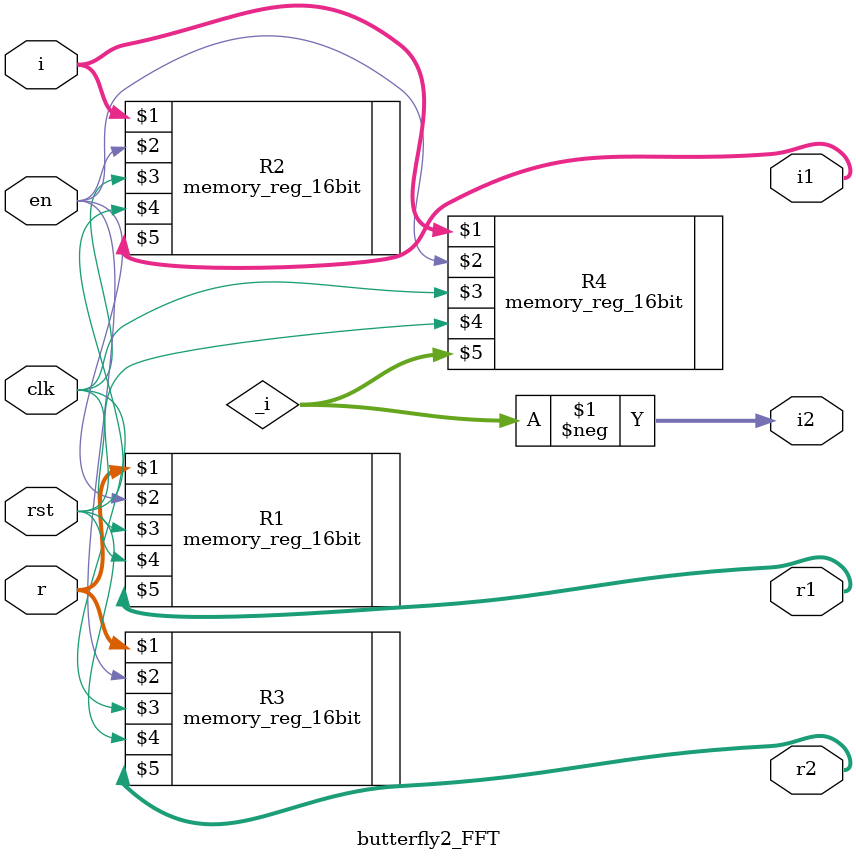
<source format=v>
`timescale 1ns / 1ps
module butterfly2_FFT(
    input [15:0] r,i,
	 input en,clk,rst,
    output [15:0] r1,i1,r2,i2 );
	 wire [15:0] _i;
	 memory_reg_16bit R1(r,en,clk,rst,r1);
	 memory_reg_16bit R2(i,en,clk,rst,i1);
	 memory_reg_16bit R3(r,en,clk,rst,r2);
	 memory_reg_16bit R4(i,en,clk,rst,_i);
	 assign i2=-_i;
endmodule

</source>
